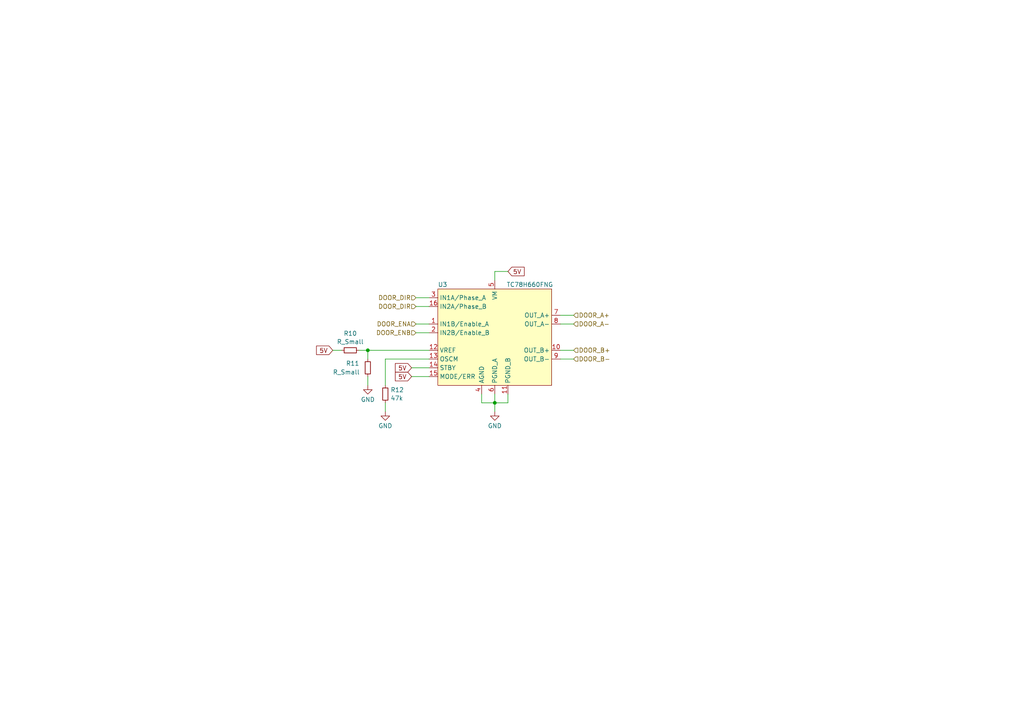
<source format=kicad_sch>
(kicad_sch (version 20230121) (generator eeschema)
  (paper "A4")
  (lib_symbols
    (symbol "Device:R_Small" (pin_numbers hide) (pin_names (offset 0.254) hide)
      (property "Reference" "R" (at 0.762 0.508 0))
      (property "Value" "R_Small" (at 0.762 -1.016 0))
      (symbol "R_Small_0_1"
        (rectangle (start -0.762 1.778) (end 0.762 -1.778) (stroke (width 0.2032)))
      )
      (symbol "R_Small_1_1"
        (pin passive line (at 0 2.54 270) (length 0.762) (name "~") (number "1"))
        (pin passive line (at 0 -2.54 90) (length 0.762) (name "~") (number "2"))
      )
    )
    (symbol "link_model:TC78H660FNG"
      (property "Reference" "U3" (at -16.51 15.24 0))
      (property "Value" "TC78H660FNG" (at 10.16 15.24 0))
      (symbol "TC78H660FNG_1_1"
        (rectangle (start -16.51 13.97) (end 16.51 -13.97) (fill (type background)))
        (pin input line (at -19.05 3.81 0) (length 2.54) (name "IN1B/Enable_A") (number "1"))
        (pin power_out line (at 19.05 -3.81 180) (length 2.54) (name "OUT_B+") (number "10"))
        (pin power_in line (at 3.81 -16.51 90) (length 2.54) (name "PGND_B") (number "11"))
        (pin input line (at -19.05 -3.81 0) (length 2.54) (name "VREF") (number "12"))
        (pin input line (at -19.05 -6.35 0) (length 2.54) (name "OSCM") (number "13"))
        (pin input line (at -19.05 -8.89 0) (length 2.54) (name "STBY") (number "14"))
        (pin input line (at -19.05 -11.43 0) (length 2.54) (name "MODE/ERR") (number "15"))
        (pin input line (at -19.05 8.89 0) (length 2.54) (name "IN2A/Phase_B") (number "16"))
        (pin input line (at -19.05 1.27 0) (length 2.54) (name "IN2B/Enable_B") (number "2"))
        (pin input line (at -19.05 11.43 0) (length 2.54) (name "IN1A/Phase_A") (number "3"))
        (pin power_in line (at -3.81 -16.51 90) (length 2.54) (name "AGND") (number "4"))
        (pin power_in line (at 0 16.51 270) (length 2.54) (name "VM") (number "5"))
        (pin power_in line (at 0 -16.51 90) (length 2.54) (name "PGND_A") (number "6"))
        (pin power_out line (at 19.05 6.35 180) (length 2.54) (name "OUT_A+") (number "7"))
        (pin power_out line (at 19.05 3.81 180) (length 2.54) (name "OUT_A-") (number "8"))
        (pin power_out line (at 19.05 -6.35 180) (length 2.54) (name "OUT_B-") (number "9"))
      )
    )
    (symbol "power:GND" (power) (pin_names (offset 0))
      (property "Value" "GND" (at 0 -3.81 0))
      (symbol "GND_0_1"
        (polyline (pts (xy 0 0) (xy 0 -1.27) (xy 1.27 -1.27) (xy 0 -2.54) (xy -1.27 -1.27) (xy 0 -1.27)))
      )
      (symbol "GND_1_1"
        (pin power_in line (at 0 0 270) (length 0) hide (name "GND") (number "1"))
      )
    )
  )
  (junction (at 143.51 116.84))
  (junction (at 106.68 101.6))
  (wire (pts (xy 96.52 101.6) (xy 99.06 101.6)))
  (wire (pts (xy 143.51 81.28) (xy 143.51 78.74)))
  (wire (pts (xy 162.56 104.14) (xy 166.37 104.14)))
  (wire (pts (xy 106.68 109.22) (xy 106.68 111.76)))
  (wire (pts (xy 162.56 93.98) (xy 166.37 93.98)))
  (wire (pts (xy 147.32 114.3) (xy 147.32 116.84)))
  (wire (pts (xy 111.76 104.14) (xy 111.76 111.76)))
  (wire (pts (xy 124.46 104.14) (xy 111.76 104.14)))
  (wire (pts (xy 143.51 116.84) (xy 143.51 119.38)))
  (wire (pts (xy 139.7 116.84) (xy 143.51 116.84)))
  (wire (pts (xy 162.56 91.44) (xy 166.37 91.44)))
  (wire (pts (xy 120.65 93.98) (xy 124.46 93.98)))
  (wire (pts (xy 104.14 101.6) (xy 106.68 101.6)))
  (wire (pts (xy 143.51 78.74) (xy 147.32 78.74)))
  (wire (pts (xy 162.56 101.6) (xy 166.37 101.6)))
  (wire (pts (xy 106.68 101.6) (xy 106.68 104.14)))
  (wire (pts (xy 143.51 114.3) (xy 143.51 116.84)))
  (wire (pts (xy 139.7 114.3) (xy 139.7 116.84)))
  (wire (pts (xy 119.38 109.22) (xy 124.46 109.22)))
  (wire (pts (xy 120.65 88.9) (xy 124.46 88.9)))
  (wire (pts (xy 147.32 116.84) (xy 143.51 116.84)))
  (wire (pts (xy 120.65 96.52) (xy 124.46 96.52)))
  (wire (pts (xy 111.76 116.84) (xy 111.76 119.38)))
  (wire (pts (xy 120.65 86.36) (xy 124.46 86.36)))
  (wire (pts (xy 119.38 106.68) (xy 124.46 106.68)))
  (wire (pts (xy 106.68 101.6) (xy 124.46 101.6)))
  (global_label "5V" (shape input) (at 96.52 101.6 180) (property "Intersheetrefs" "${INTERSHEET_REFS}" (effects hide)))
  (global_label "5V" (shape input) (at 147.32 78.74 0) (property "Intersheetrefs" "${INTERSHEET_REFS}" (effects hide)))
  (global_label "5V" (shape input) (at 119.38 109.22 180) (property "Intersheetrefs" "${INTERSHEET_REFS}" (effects hide)))
  (global_label "5V" (shape input) (at 119.38 106.68 180) (property "Intersheetrefs" "${INTERSHEET_REFS}" (effects hide)))
  (hierarchical_label "DOOR_B-" (shape input) (at 166.37 104.14 0))
  (hierarchical_label "DOOR_ENA" (shape input) (at 120.65 93.98 180))
  (hierarchical_label "DOOR_DIR" (shape input) (at 120.65 86.36 180))
  (hierarchical_label "DOOR_B+" (shape input) (at 166.37 101.6 0))
  (hierarchical_label "DOOR_A+" (shape input) (at 166.37 91.44 0))
  (hierarchical_label "DOOR_ENB" (shape input) (at 120.65 96.52 180))
  (hierarchical_label "DOOR_DIR" (shape input) (at 120.65 88.9 180))
  (hierarchical_label "DOOR_A-" (shape input) (at 166.37 93.98 0))
  (symbol (lib_id "link_model:TC78H660FNG") (at 143.51 97.79 0) (unit 1)
    (property "Reference" "U3" (at 127 82.55 0) (effects (justify left)))
    (property "Value" "TC78H660FNG" (at 153.67 82.55 0))
    (property "Footprint" "Package_SO:TSSOP-16_4.4x5mm_P0.65mm" (effects hide))
    (property "DigiKey P/N" "264-TC78H660FNGELCT-ND" (effects hide))
  )
  (symbol (lib_id "Device:R_Small") (at 101.6 101.6 270) (unit 1)
    (property "Reference" "R10" (at 101.6 96.7191 90))
    (property "Value" "R_Small" (at 101.6 99.1433 90))
    (property "Footprint" "Resistor_SMD:R_0603_1608Metric_Pad0.98x0.95mm_HandSolder" (effects hide))
  )
  (symbol (lib_id "power:GND") (at 106.68 111.76 0) (unit 1)
    (property "Reference" "#PWR026" (effects hide))
    (property "Value" "GND" (at 106.68 115.8931 0))
    (instances (project "io_board" (path "" (reference "#PWR026") (unit 1)) (path "" (reference "#PWR024") (unit 1))))
  )
  (symbol (lib_id "power:GND") (at 111.76 119.38 0) (unit 1)
    (property "Reference" "#PWR027" (effects hide))
    (property "Value" "GND" (at 111.76 123.5131 0))
    (instances (project "io_board" (path "" (reference "#PWR027") (unit 1)) (path "" (reference "#PWR026") (unit 1))))
  )
  (symbol (lib_id "power:GND") (at 143.51 119.38 0) (unit 1)
    (property "Reference" "#PWR024" (effects hide))
    (property "Value" "GND" (at 143.51 123.5131 0))
    (instances (project "io_board" (path "" (reference "#PWR024") (unit 1)) (path "" (reference "#PWR027") (unit 1))))
  )
  (symbol (lib_id "Device:R_Small") (at 111.76 114.3 0) (unit 1)
    (property "Reference" "R12" (at 113.2586 113.0879 0) (effects (justify left)))
    (property "Value" "47k" (at 113.2586 115.5121 0) (effects (justify left)))
    (property "Footprint" "Resistor_SMD:R_0603_1608Metric_Pad0.98x0.95mm_HandSolder" (effects hide))
  )
  (symbol (lib_id "Device:R_Small") (at 106.68 106.68 0) (unit 1)
    (property "Reference" "R11" (at 100.33 105.41 0) (effects (justify left)))
    (property "Value" "R_Small" (at 96.52 107.95 0) (effects (justify left)))
    (property "Footprint" "Resistor_SMD:R_0603_1608Metric_Pad0.98x0.95mm_HandSolder" (effects hide))
  )
)
</source>
